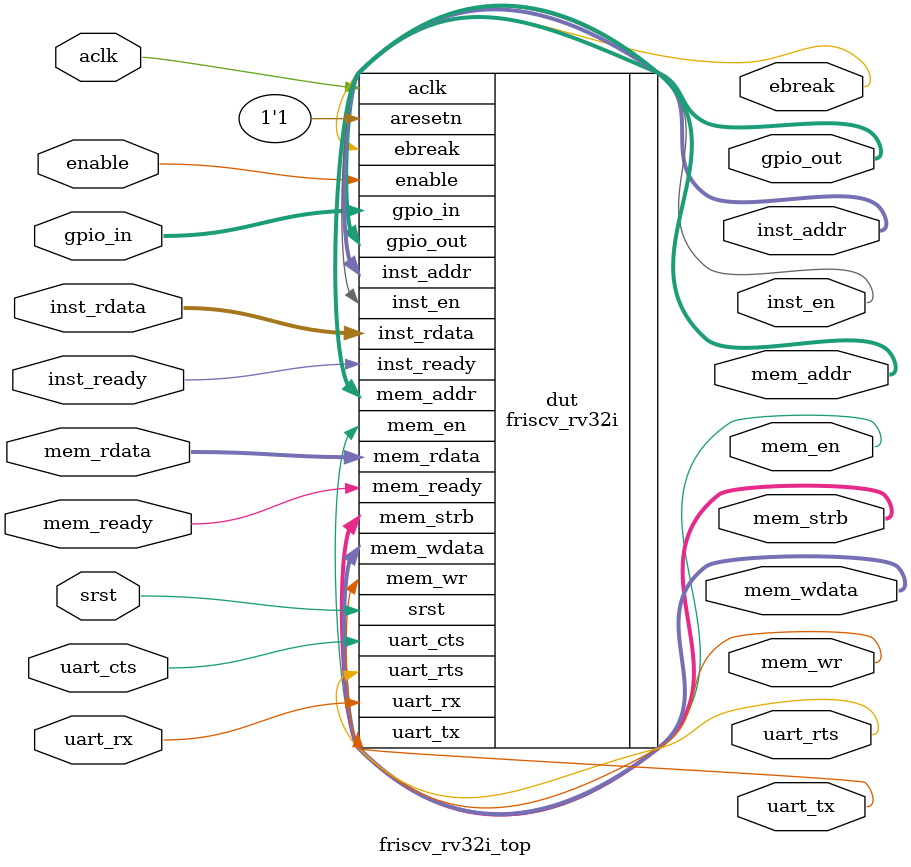
<source format=sv>

`timescale 1ns / 1ps
`default_nettype none

module friscv_rv32i_top

    #(
        // 32 bits architecture
        parameter XLEN               = 32,
        // Address buses width
        parameter INST_ADDRW         = 16,
        parameter DATA_ADDRW         = 16,
        // Boot address used by the control unit
        parameter BOOT_ADDR          = 0,
        // Define the address of GPIO peripheral in APB interconnect
        parameter GPIO_SLV0_ADDR     = 0,
        parameter GPIO_SLV0_SIZE     = 8,
        parameter GPIO_SLV1_ADDR     = 8,
        parameter GPIO_SLV1_SIZE     = 16,
        // Define the memory map of GPIO and data memory
        // in the global memory space
        parameter GPIO_BASE_ADDR     = 0,
        parameter GPIO_BASE_SIZE     = 2048,
        parameter DATA_MEM_BASE_ADDR = 2048,
        parameter DATA_MEM_BASE_SIZE = 16384,
        // UART FIFO Depth
        parameter UART_FIFO_DEPTH = 4
    )(
        // clock/reset interface
        input  logic                  aclk,
        input  logic                  srst,
        // enable signal to activate the core
        input  logic                  enable,
        // Flag asserted when reaching a EBREAK
        output logic                  ebreak,
        // instruction memory interface
        output logic                  inst_en,
        output logic [INST_ADDRW-1:0] inst_addr,
        input  logic [XLEN      -1:0] inst_rdata,
        input  logic                  inst_ready,
        // data memory interface
        output logic                  mem_en,
        output logic                  mem_wr,
        output logic [DATA_ADDRW-1:0] mem_addr,
        output logic [XLEN      -1:0] mem_wdata,
        output logic [XLEN/8    -1:0] mem_strb,
        input  logic [XLEN      -1:0] mem_rdata,
        input  logic                  mem_ready,
        // GPIO interface
        input  logic [XLEN      -1:0] gpio_in,
        output logic [XLEN      -1:0] gpio_out,
        // UART interface
        input  logic                  uart_rx,
        output logic                  uart_tx,
        output logic                  uart_rts,
        input  logic                  uart_cts
    );


    friscv_rv32i
    #(
    .XLEN               (XLEN),
    .INST_ADDRW         (INST_ADDRW),
    .DATA_ADDRW         (DATA_ADDRW),
    .BOOT_ADDR          (BOOT_ADDR),
    .GPIO_SLV0_ADDR     (GPIO_SLV0_ADDR),
    .GPIO_SLV0_SIZE     (GPIO_SLV0_SIZE),
    .GPIO_SLV1_ADDR     (GPIO_SLV1_ADDR),
    .GPIO_SLV1_SIZE     (GPIO_SLV1_SIZE),
    .GPIO_BASE_ADDR     (GPIO_BASE_ADDR),
    .GPIO_BASE_SIZE     (GPIO_BASE_SIZE),
    .DATA_MEM_BASE_ADDR (DATA_MEM_BASE_ADDR),
    .DATA_MEM_BASE_SIZE (DATA_MEM_BASE_SIZE),
    .UART_FIFO_DEPTH    (UART_FIFO_DEPTH)
    )
    dut
    (
    .aclk       (aclk      ),
    .aresetn    (1'b1      ),
    .srst       (srst      ),
    .enable     (enable    ),
    .ebreak     (ebreak    ),
    .inst_en    (inst_en   ),
    .inst_addr  (inst_addr ),
    .inst_rdata (inst_rdata),
    .inst_ready (inst_ready),
    .mem_en     (mem_en    ),
    .mem_wr     (mem_wr    ),
    .mem_addr   (mem_addr  ),
    .mem_wdata  (mem_wdata ),
    .mem_strb   (mem_strb  ),
    .mem_rdata  (mem_rdata ),
    .mem_ready  (mem_ready ),
    .gpio_in    (gpio_in   ),
    .gpio_out   (gpio_out  ),
    .uart_rx    (uart_rx   ),
    .uart_tx    (uart_tx   ),
    .uart_rts   (uart_rts  ),
    .uart_cts   (uart_cts  )
    );

endmodule

`resetall


</source>
